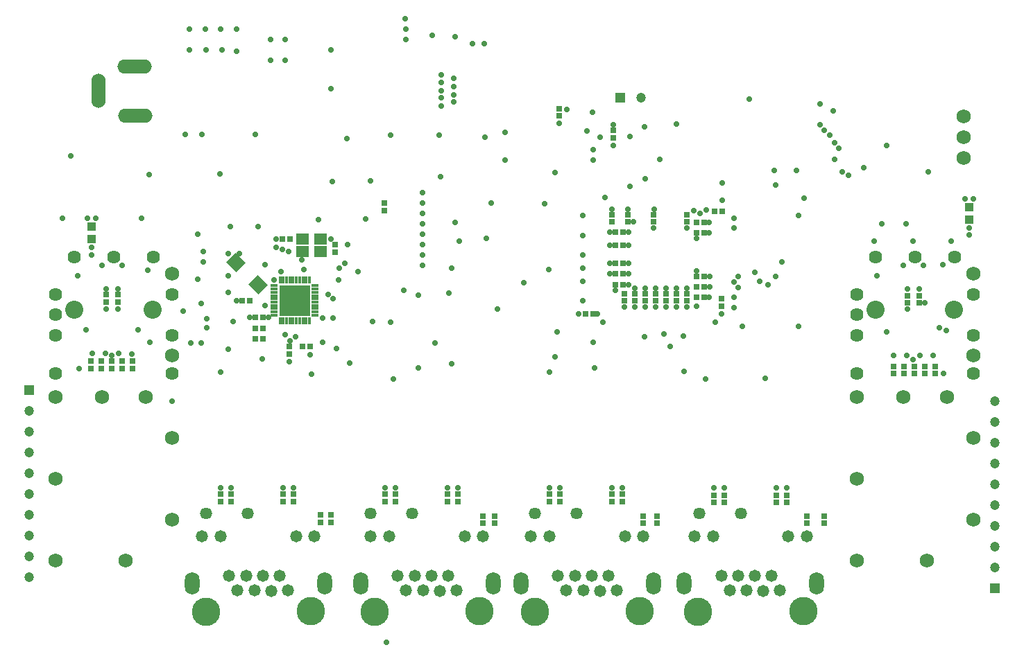
<source format=gbs>
G04*
G04 #@! TF.GenerationSoftware,Altium Limited,Altium Designer,20.0.2 (26)*
G04*
G04 Layer_Color=16711935*
%FSLAX25Y25*%
%MOIN*%
G70*
G01*
G75*
%ADD45R,0.02769X0.03162*%
%ADD46R,0.03162X0.02769*%
%ADD55R,0.06312X0.05524*%
%ADD56C,0.04737*%
%ADD60R,0.04737X0.04737*%
%ADD61C,0.06800*%
%ADD62C,0.06890*%
%ADD63C,0.06394*%
%ADD64O,0.16548X0.06706*%
%ADD65O,0.06706X0.16548*%
%ADD66C,0.13674*%
%ADD67O,0.07099X0.10800*%
%ADD68C,0.05800*%
%ADD69C,0.05737*%
%ADD70R,0.04737X0.04737*%
%ADD71C,0.02769*%
%ADD72C,0.08674*%
%ADD99R,0.03543X0.01181*%
%ADD100R,0.01181X0.03543*%
%ADD101R,0.14961X0.14961*%
G04:AMPARAMS|DCode=102|XSize=67.06mil|YSize=63.12mil|CornerRadius=0mil|HoleSize=0mil|Usage=FLASHONLY|Rotation=135.000|XOffset=0mil|YOffset=0mil|HoleType=Round|Shape=Rectangle|*
%AMROTATEDRECTD102*
4,1,4,0.04602,-0.00139,0.00139,-0.04602,-0.04602,0.00139,-0.00139,0.04602,0.04602,-0.00139,0.0*
%
%ADD102ROTATEDRECTD102*%

%ADD103R,0.04000X0.04000*%
D45*
X130772Y201500D02*
D03*
X127228D02*
D03*
X140272Y150000D02*
D03*
X136728D02*
D03*
X117772Y164000D02*
D03*
X114228D02*
D03*
X107728Y172000D02*
D03*
X111272D02*
D03*
X334728Y215000D02*
D03*
X338272D02*
D03*
X329772Y183500D02*
D03*
X326228D02*
D03*
X329772Y209500D02*
D03*
X326228D02*
D03*
X287228Y205000D02*
D03*
X290772D02*
D03*
X287228Y185000D02*
D03*
X290772D02*
D03*
X276272Y165500D02*
D03*
X272728D02*
D03*
X329772Y178500D02*
D03*
X326228D02*
D03*
X329772Y173500D02*
D03*
X326228D02*
D03*
X329772Y204500D02*
D03*
X326228D02*
D03*
X287228Y198500D02*
D03*
X290772D02*
D03*
X287228Y190000D02*
D03*
X290772D02*
D03*
X287228Y179500D02*
D03*
X290772D02*
D03*
X114228Y158500D02*
D03*
X117772D02*
D03*
X114228Y153500D02*
D03*
X117772D02*
D03*
D46*
X176500Y75228D02*
D03*
Y78772D02*
D03*
X181500Y75228D02*
D03*
Y78772D02*
D03*
X206500Y75228D02*
D03*
Y78772D02*
D03*
X211500Y75228D02*
D03*
Y78772D02*
D03*
X255500Y75228D02*
D03*
Y78772D02*
D03*
X260500Y75228D02*
D03*
Y78772D02*
D03*
X285500Y75228D02*
D03*
Y78772D02*
D03*
X290500Y75228D02*
D03*
Y78772D02*
D03*
X334500Y74728D02*
D03*
Y78272D02*
D03*
X339500Y74728D02*
D03*
Y78272D02*
D03*
X364500Y74728D02*
D03*
Y78272D02*
D03*
X369500Y74728D02*
D03*
Y78272D02*
D03*
X132500Y75228D02*
D03*
Y78772D02*
D03*
X127500Y75228D02*
D03*
Y78772D02*
D03*
X102500Y75228D02*
D03*
Y78772D02*
D03*
X97500Y75228D02*
D03*
Y78772D02*
D03*
X152500Y195228D02*
D03*
Y198772D02*
D03*
X130500Y149772D02*
D03*
Y146228D02*
D03*
X35000Y142772D02*
D03*
Y139228D02*
D03*
X40000Y142772D02*
D03*
Y139228D02*
D03*
X50000Y142772D02*
D03*
Y139228D02*
D03*
X55000Y142772D02*
D03*
Y139228D02*
D03*
X45000Y142772D02*
D03*
Y139228D02*
D03*
X425713Y140272D02*
D03*
Y136728D02*
D03*
X435713Y140272D02*
D03*
Y136728D02*
D03*
X440713Y140272D02*
D03*
Y136728D02*
D03*
X420713Y140272D02*
D03*
Y136728D02*
D03*
X430713Y140272D02*
D03*
Y136728D02*
D03*
X145500Y68772D02*
D03*
Y65228D02*
D03*
X150500Y68772D02*
D03*
Y65228D02*
D03*
X229000Y68272D02*
D03*
Y64728D02*
D03*
X223500Y68272D02*
D03*
Y64728D02*
D03*
X307000Y68272D02*
D03*
Y64728D02*
D03*
X300500Y68272D02*
D03*
Y64728D02*
D03*
X387500Y68272D02*
D03*
Y64728D02*
D03*
X379000Y68272D02*
D03*
Y64728D02*
D03*
X296500Y171728D02*
D03*
Y175272D02*
D03*
X306500Y171728D02*
D03*
Y175272D02*
D03*
X316500Y171728D02*
D03*
Y175272D02*
D03*
X338000Y169228D02*
D03*
Y172772D02*
D03*
X305500Y213272D02*
D03*
Y209728D02*
D03*
X293000Y213272D02*
D03*
Y209728D02*
D03*
X260000Y260728D02*
D03*
Y264272D02*
D03*
X311500Y171728D02*
D03*
Y175272D02*
D03*
X321500Y171728D02*
D03*
Y175272D02*
D03*
Y213272D02*
D03*
Y209728D02*
D03*
X285500Y213272D02*
D03*
Y209728D02*
D03*
X291500Y171728D02*
D03*
Y175272D02*
D03*
X42500Y171228D02*
D03*
Y174772D02*
D03*
X48000Y171228D02*
D03*
Y174772D02*
D03*
X427500Y170728D02*
D03*
Y174272D02*
D03*
X433000Y170728D02*
D03*
Y174272D02*
D03*
X301500Y171728D02*
D03*
Y175272D02*
D03*
X176000Y215228D02*
D03*
Y218772D02*
D03*
X286000Y253772D02*
D03*
Y250228D02*
D03*
D55*
X145331Y201453D02*
D03*
X136669D02*
D03*
Y195547D02*
D03*
X145331D02*
D03*
D56*
X299500Y269500D02*
D03*
X469500Y123500D02*
D03*
Y113500D02*
D03*
Y103500D02*
D03*
Y93500D02*
D03*
Y43500D02*
D03*
Y53500D02*
D03*
Y63500D02*
D03*
Y73500D02*
D03*
Y83500D02*
D03*
X5500Y39000D02*
D03*
Y49000D02*
D03*
Y59000D02*
D03*
Y69000D02*
D03*
Y119000D02*
D03*
Y109000D02*
D03*
Y99000D02*
D03*
Y89000D02*
D03*
Y79000D02*
D03*
D60*
X289500Y269500D02*
D03*
D61*
X454500Y240500D02*
D03*
Y260500D02*
D03*
Y250500D02*
D03*
D62*
X40312Y125709D02*
D03*
X61571Y125709D02*
D03*
X51729Y46968D02*
D03*
X74052Y66654D02*
D03*
X74052Y106024D02*
D03*
Y145394D02*
D03*
X74052Y184764D02*
D03*
X17949Y125709D02*
D03*
X17949Y86339D02*
D03*
X17950Y46969D02*
D03*
X402949D02*
D03*
X402949Y86339D02*
D03*
X402949Y125709D02*
D03*
X459052Y184764D02*
D03*
X459052Y145394D02*
D03*
Y106024D02*
D03*
X459052Y66654D02*
D03*
X436729Y46968D02*
D03*
X446571Y125709D02*
D03*
X425312Y125709D02*
D03*
D63*
X74051Y136733D02*
D03*
Y155237D02*
D03*
Y174922D02*
D03*
X64917Y193031D02*
D03*
X46019Y193032D02*
D03*
X27122Y193032D02*
D03*
X17949Y174922D02*
D03*
X17949Y165079D02*
D03*
X17949Y155236D02*
D03*
X17949Y136732D02*
D03*
X402949D02*
D03*
X402949Y155236D02*
D03*
X402949Y165079D02*
D03*
X402949Y174922D02*
D03*
X412122Y193032D02*
D03*
X431019Y193032D02*
D03*
X449917Y193031D02*
D03*
X459051Y174922D02*
D03*
Y155237D02*
D03*
Y136733D02*
D03*
D64*
X56363Y260733D02*
D03*
X56232Y284441D02*
D03*
D65*
X38636Y272746D02*
D03*
D66*
X221755Y22542D02*
D03*
X171382Y22199D02*
D03*
X298755Y22542D02*
D03*
X248382Y22199D02*
D03*
X377255Y22542D02*
D03*
X326882Y22199D02*
D03*
X140755Y22542D02*
D03*
X90382Y22199D02*
D03*
D67*
X228272Y36003D02*
D03*
X164647D02*
D03*
X305272D02*
D03*
X241647D02*
D03*
X383772D02*
D03*
X320147D02*
D03*
X147272D02*
D03*
X83647D02*
D03*
D68*
X169474Y58551D02*
D03*
X178510Y58428D02*
D03*
X214652Y58551D02*
D03*
X223564D02*
D03*
X182442Y39429D02*
D03*
X186509Y32483D02*
D03*
X190581Y39446D02*
D03*
X194691Y32693D02*
D03*
X198588Y39511D02*
D03*
X202604Y32353D02*
D03*
X206595Y39429D02*
D03*
X210579Y32468D02*
D03*
X246474Y58551D02*
D03*
X255510Y58428D02*
D03*
X291652Y58551D02*
D03*
X300564D02*
D03*
X259442Y39429D02*
D03*
X263509Y32483D02*
D03*
X267581Y39446D02*
D03*
X271691Y32693D02*
D03*
X275588Y39511D02*
D03*
X279604Y32353D02*
D03*
X283595Y39429D02*
D03*
X287579Y32468D02*
D03*
X324974Y58551D02*
D03*
X334010Y58428D02*
D03*
X370152Y58551D02*
D03*
X379064D02*
D03*
X337942Y39429D02*
D03*
X342009Y32483D02*
D03*
X346081Y39446D02*
D03*
X350191Y32693D02*
D03*
X354088Y39511D02*
D03*
X358104Y32353D02*
D03*
X362095Y39429D02*
D03*
X366079Y32468D02*
D03*
X88474Y58551D02*
D03*
X97510Y58428D02*
D03*
X133652Y58551D02*
D03*
X142564D02*
D03*
X101442Y39429D02*
D03*
X105509Y32483D02*
D03*
X109581Y39446D02*
D03*
X113691Y32693D02*
D03*
X117588Y39511D02*
D03*
X121604Y32353D02*
D03*
X125595Y39429D02*
D03*
X129579Y32468D02*
D03*
D69*
X347500Y69500D02*
D03*
X327500D02*
D03*
X268500D02*
D03*
X248500D02*
D03*
X189500D02*
D03*
X169500D02*
D03*
X110500D02*
D03*
X90500D02*
D03*
D70*
X469500Y33500D02*
D03*
X5500Y129000D02*
D03*
D71*
X101000Y148500D02*
D03*
X177000Y7500D02*
D03*
X25500Y241500D02*
D03*
X74000Y123500D02*
D03*
X59500Y211500D02*
D03*
X21500D02*
D03*
X63000Y232500D02*
D03*
X199000Y299500D02*
D03*
X97000Y233000D02*
D03*
X101000Y176000D02*
D03*
X202500Y251500D02*
D03*
X179000D02*
D03*
X417500Y246500D02*
D03*
X258000Y233500D02*
D03*
X203000Y231500D02*
D03*
X437500Y234000D02*
D03*
X169500Y229500D02*
D03*
X224500Y250500D02*
D03*
X276000Y262500D02*
D03*
X338500Y228500D02*
D03*
X253000Y218500D02*
D03*
X234000Y253000D02*
D03*
X227500Y219000D02*
D03*
X185500Y177000D02*
D03*
X207000Y175500D02*
D03*
X212000Y200500D02*
D03*
X210000Y209500D02*
D03*
X103500Y162000D02*
D03*
X208500Y187500D02*
D03*
X159500Y142000D02*
D03*
X359000Y134500D02*
D03*
X320000Y138000D02*
D03*
X117500Y144000D02*
D03*
X153000Y149000D02*
D03*
X141000Y136500D02*
D03*
X192500Y174500D02*
D03*
X170500Y162000D02*
D03*
X255000Y187000D02*
D03*
X348000Y159500D02*
D03*
X375000D02*
D03*
X179000Y161500D02*
D03*
X276500Y152000D02*
D03*
X258000Y145000D02*
D03*
X277000Y139500D02*
D03*
X259000Y157000D02*
D03*
X230500Y168000D02*
D03*
X243000Y180500D02*
D03*
X208500Y141500D02*
D03*
X192500Y139500D02*
D03*
X225000Y202000D02*
D03*
X200500Y151500D02*
D03*
X105000Y292000D02*
D03*
X98000Y292500D02*
D03*
X90500D02*
D03*
X82500D02*
D03*
X105000Y302500D02*
D03*
X97500D02*
D03*
X90000D02*
D03*
X82500D02*
D03*
X128500Y287500D02*
D03*
X121500D02*
D03*
X128500Y297500D02*
D03*
X121500D02*
D03*
X209500Y267500D02*
D03*
X364000Y183500D02*
D03*
X356433Y181067D02*
D03*
X354016Y185500D02*
D03*
X367000Y190500D02*
D03*
X158000Y250000D02*
D03*
X80500Y252000D02*
D03*
X455000Y221000D02*
D03*
X457000Y207000D02*
D03*
X459000Y221000D02*
D03*
X457000Y203500D02*
D03*
X35500Y194000D02*
D03*
X37500Y211500D02*
D03*
X363500Y234500D02*
D03*
X391772Y263272D02*
D03*
X114000Y252000D02*
D03*
X351500Y268937D02*
D03*
X29272Y139228D02*
D03*
X439660Y145500D02*
D03*
X433362D02*
D03*
X430213Y143500D02*
D03*
X427063Y145512D02*
D03*
X420764D02*
D03*
X444728Y136728D02*
D03*
X54660Y146340D02*
D03*
X48362Y146500D02*
D03*
X45213Y145500D02*
D03*
X42063Y146500D02*
D03*
X35764D02*
D03*
X344165Y173500D02*
D03*
X411500Y200500D02*
D03*
X338272Y220272D02*
D03*
X102000Y207500D02*
D03*
X50000Y189000D02*
D03*
X433000Y177500D02*
D03*
X427500D02*
D03*
X42500D02*
D03*
X48000D02*
D03*
X115500Y207500D02*
D03*
X136500Y191500D02*
D03*
X166937Y211063D02*
D03*
X118728Y189272D02*
D03*
X136000Y177500D02*
D03*
X146500Y152000D02*
D03*
X133500Y167000D02*
D03*
X128500Y166500D02*
D03*
X131500Y169500D02*
D03*
X131000Y176000D02*
D03*
X137000Y175000D02*
D03*
X445960Y157540D02*
D03*
X442810Y159000D02*
D03*
X417500Y157000D02*
D03*
X434937Y188937D02*
D03*
X425490Y188990D02*
D03*
X435728Y170728D02*
D03*
X427500Y168000D02*
D03*
X444386Y189114D02*
D03*
X412675Y183825D02*
D03*
X448500Y200500D02*
D03*
X430000D02*
D03*
X374000Y234500D02*
D03*
X35500Y197500D02*
D03*
X150500Y292500D02*
D03*
Y274000D02*
D03*
X210000Y299000D02*
D03*
X186000Y307500D02*
D03*
X224000Y295500D02*
D03*
X218500D02*
D03*
X263728Y263772D02*
D03*
X269500Y165500D02*
D03*
X281039Y161461D02*
D03*
X151500Y163500D02*
D03*
X158500Y199000D02*
D03*
X163500Y186000D02*
D03*
X150453Y201453D02*
D03*
X124000Y201500D02*
D03*
X88500Y252000D02*
D03*
X83000Y151500D02*
D03*
X79500Y166772D02*
D03*
X62500Y186500D02*
D03*
X48000Y168000D02*
D03*
X42500D02*
D03*
X63500Y152000D02*
D03*
X57810Y157810D02*
D03*
X32614D02*
D03*
X130500Y142500D02*
D03*
X140272Y146000D02*
D03*
X415000Y209000D02*
D03*
X132500Y82000D02*
D03*
X127500D02*
D03*
X102500D02*
D03*
X97500D02*
D03*
X271500Y193862D02*
D03*
Y181264D02*
D03*
X211500Y82000D02*
D03*
X206500D02*
D03*
X181500D02*
D03*
X176500D02*
D03*
X290500D02*
D03*
X285500D02*
D03*
X260500D02*
D03*
X255500D02*
D03*
X334500D02*
D03*
X339500D02*
D03*
X369500D02*
D03*
X364500D02*
D03*
X194500Y224000D02*
D03*
Y219000D02*
D03*
Y214000D02*
D03*
Y209000D02*
D03*
Y204000D02*
D03*
Y199000D02*
D03*
Y194000D02*
D03*
Y189000D02*
D03*
X186500Y297500D02*
D03*
X128500Y155500D02*
D03*
X133500Y154500D02*
D03*
X130638Y152500D02*
D03*
X118862Y169638D02*
D03*
X120500Y164000D02*
D03*
X137500Y187000D02*
D03*
X123000Y182000D02*
D03*
X144500Y211000D02*
D03*
X126500Y186000D02*
D03*
X149000Y175000D02*
D03*
X146500Y163500D02*
D03*
X151228Y229272D02*
D03*
X316500Y169000D02*
D03*
X305638Y216039D02*
D03*
X260236Y257236D02*
D03*
X293039Y216039D02*
D03*
X271500Y171815D02*
D03*
Y187563D02*
D03*
X332000Y204500D02*
D03*
Y209500D02*
D03*
X344000Y207000D02*
D03*
X324772Y215272D02*
D03*
X330835Y215665D02*
D03*
X344000Y211500D02*
D03*
X327685Y213815D02*
D03*
X332110Y173390D02*
D03*
X338039Y165539D02*
D03*
X311500Y169000D02*
D03*
X321500D02*
D03*
X306500D02*
D03*
X301500D02*
D03*
X296500D02*
D03*
X291500D02*
D03*
X278500Y165500D02*
D03*
X287228Y176772D02*
D03*
X284500Y185000D02*
D03*
Y190000D02*
D03*
Y198500D02*
D03*
Y205000D02*
D03*
X285500Y216000D02*
D03*
X332500Y183500D02*
D03*
Y178500D02*
D03*
X346000Y178114D02*
D03*
X344000Y181000D02*
D03*
X346000Y183500D02*
D03*
X282039Y221539D02*
D03*
X392500Y240000D02*
D03*
X390000Y251500D02*
D03*
X392500Y248000D02*
D03*
X387500Y254000D02*
D03*
X385500Y256500D02*
D03*
X294000Y227000D02*
D03*
X301500Y230500D02*
D03*
X286000Y246500D02*
D03*
X151500Y173000D02*
D03*
X364000Y227500D02*
D03*
X310362Y156000D02*
D03*
X300914Y154587D02*
D03*
X319811Y154811D02*
D03*
X344165Y168665D02*
D03*
X394500Y245276D02*
D03*
X396000Y234000D02*
D03*
X399228Y232228D02*
D03*
X105000Y172000D02*
D03*
X101000Y194500D02*
D03*
X186500Y302500D02*
D03*
X293500Y198500D02*
D03*
Y205000D02*
D03*
Y190000D02*
D03*
Y185000D02*
D03*
Y179500D02*
D03*
X296500Y178000D02*
D03*
X301500D02*
D03*
X306500D02*
D03*
X311500D02*
D03*
X316500D02*
D03*
X321500D02*
D03*
X326228Y186228D02*
D03*
Y169272D02*
D03*
Y201772D02*
D03*
X321500Y207000D02*
D03*
X305500D02*
D03*
X295728Y209728D02*
D03*
X271500Y212760D02*
D03*
Y203311D02*
D03*
X335000Y161461D02*
D03*
X360500Y179500D02*
D03*
X375000Y213000D02*
D03*
X377750Y221250D02*
D03*
X406272Y235772D02*
D03*
X385500Y266500D02*
D03*
X316500Y257000D02*
D03*
X301169Y255669D02*
D03*
X308500Y240000D02*
D03*
X294000Y251000D02*
D03*
X279728Y250500D02*
D03*
X286000Y256500D02*
D03*
X276500Y239500D02*
D03*
Y244500D02*
D03*
X273272Y253500D02*
D03*
X234000Y239500D02*
D03*
X111500Y164000D02*
D03*
X28675Y183825D02*
D03*
X40500Y189000D02*
D03*
X89000Y195500D02*
D03*
Y190500D02*
D03*
X106500Y194500D02*
D03*
X90728Y163228D02*
D03*
X90772Y158772D02*
D03*
X88000Y170500D02*
D03*
Y151500D02*
D03*
X86272Y182228D02*
D03*
Y203772D02*
D03*
X101000Y184000D02*
D03*
X154000Y182000D02*
D03*
X157000Y190000D02*
D03*
X154278Y187500D02*
D03*
X130000Y195500D02*
D03*
X127000Y196500D02*
D03*
X124000Y197500D02*
D03*
X426772Y209000D02*
D03*
X97500Y137500D02*
D03*
X180500Y134272D02*
D03*
X255500Y137500D02*
D03*
X330500Y134272D02*
D03*
X313500Y150000D02*
D03*
X203500Y280500D02*
D03*
Y277000D02*
D03*
Y273000D02*
D03*
Y269500D02*
D03*
Y265500D02*
D03*
X209500Y279000D02*
D03*
Y275000D02*
D03*
Y271000D02*
D03*
X33500Y211500D02*
D03*
D72*
X449898Y167685D02*
D03*
X412102D02*
D03*
X27102D02*
D03*
X64898D02*
D03*
D99*
X123160Y164913D02*
D03*
Y166488D02*
D03*
Y168063D02*
D03*
Y169638D02*
D03*
Y171213D02*
D03*
Y172787D02*
D03*
Y174362D02*
D03*
Y175937D02*
D03*
Y177512D02*
D03*
Y179087D02*
D03*
X142840D02*
D03*
Y177512D02*
D03*
Y175937D02*
D03*
Y174362D02*
D03*
Y172787D02*
D03*
Y171213D02*
D03*
Y169638D02*
D03*
Y168063D02*
D03*
Y166488D02*
D03*
Y164913D02*
D03*
D100*
X140087Y181840D02*
D03*
X138512D02*
D03*
X136937D02*
D03*
X135362D02*
D03*
X133787D02*
D03*
X132213D02*
D03*
X130638D02*
D03*
X129063D02*
D03*
X127488D02*
D03*
X125913D02*
D03*
Y162160D02*
D03*
X127488D02*
D03*
X129063D02*
D03*
X130638D02*
D03*
X132213D02*
D03*
X133787D02*
D03*
X135362D02*
D03*
X136937D02*
D03*
X138512D02*
D03*
X140087D02*
D03*
D101*
X133000Y172000D02*
D03*
D102*
X104685Y190315D02*
D03*
X115315Y179685D02*
D03*
D103*
X457000Y211000D02*
D03*
Y217000D02*
D03*
X35500Y201500D02*
D03*
Y207500D02*
D03*
M02*

</source>
